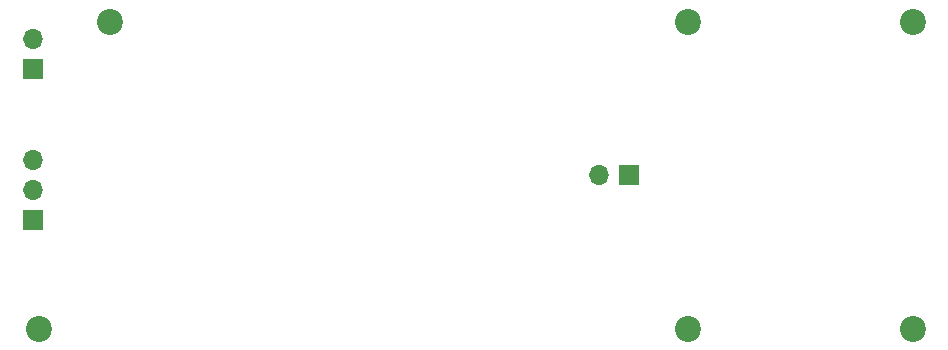
<source format=gbr>
%TF.GenerationSoftware,KiCad,Pcbnew,7.0.10-7.0.10~ubuntu20.04.1*%
%TF.CreationDate,2025-03-29T11:51:34+01:00*%
%TF.ProjectId,uven2-mk3-cc-driver,7576656e-322d-46d6-9b33-2d63632d6472,rev?*%
%TF.SameCoordinates,Original*%
%TF.FileFunction,Soldermask,Bot*%
%TF.FilePolarity,Negative*%
%FSLAX46Y46*%
G04 Gerber Fmt 4.6, Leading zero omitted, Abs format (unit mm)*
G04 Created by KiCad (PCBNEW 7.0.10-7.0.10~ubuntu20.04.1) date 2025-03-29 11:51:34*
%MOMM*%
%LPD*%
G01*
G04 APERTURE LIST*
%ADD10C,2.200000*%
%ADD11R,1.700000X1.700000*%
%ADD12O,1.700000X1.700000*%
G04 APERTURE END LIST*
D10*
%TO.C,H5*%
X177000000Y-84000000D03*
%TD*%
D11*
%TO.C,J3*%
X153000000Y-97000000D03*
D12*
X150460000Y-97000000D03*
%TD*%
D10*
%TO.C,H1*%
X109000000Y-84000000D03*
%TD*%
D11*
%TO.C,J2*%
X102475000Y-88000000D03*
D12*
X102475000Y-85460000D03*
%TD*%
D10*
%TO.C,H4*%
X158000000Y-110000000D03*
%TD*%
D11*
%TO.C,J1*%
X102475000Y-100775000D03*
D12*
X102475000Y-98235000D03*
X102475000Y-95695000D03*
%TD*%
D10*
%TO.C,H2*%
X103000000Y-110000000D03*
%TD*%
%TO.C,H3*%
X158000000Y-84000000D03*
%TD*%
%TO.C,H6*%
X177000000Y-110000000D03*
%TD*%
M02*

</source>
